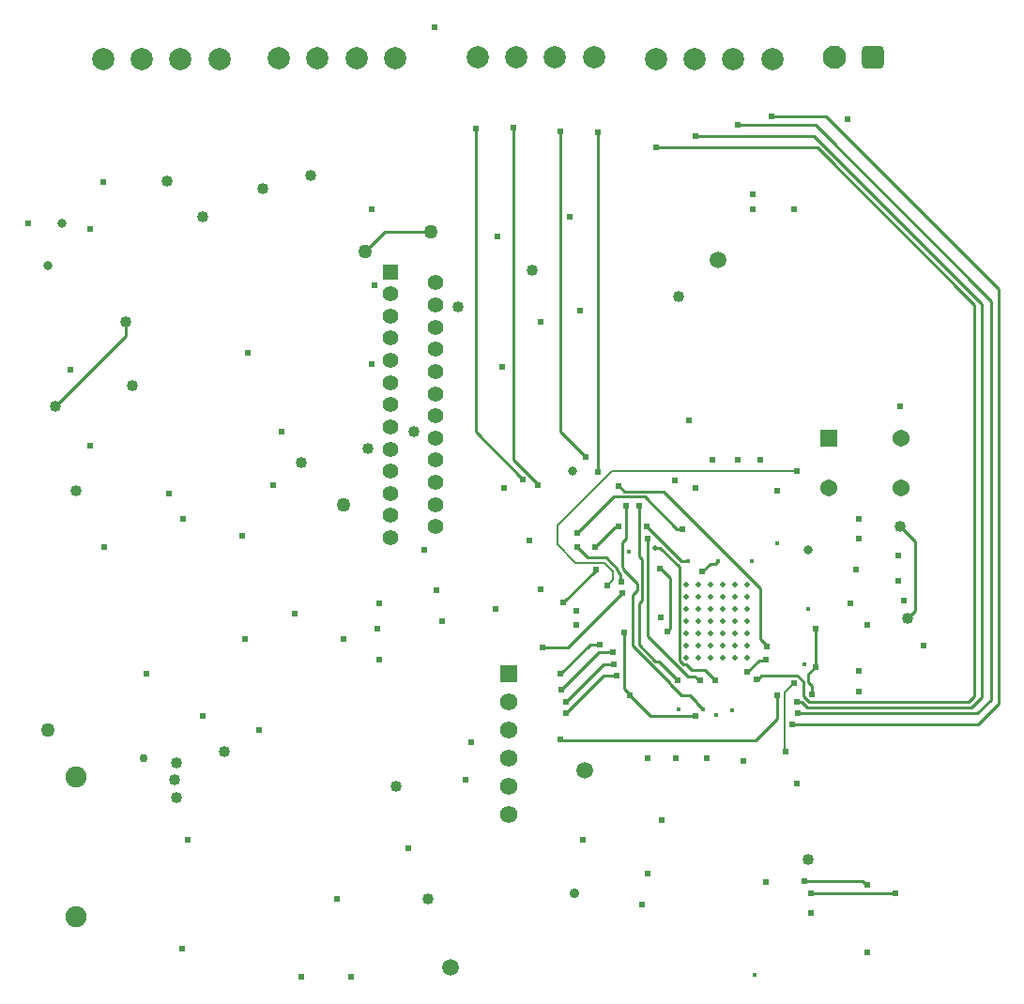
<source format=gbr>
G04*
G04 #@! TF.GenerationSoftware,Altium Limited,Altium Designer,25.2.1 (25)*
G04*
G04 Layer_Physical_Order=4*
G04 Layer_Color=16711680*
%FSLAX25Y25*%
%MOIN*%
G70*
G04*
G04 #@! TF.SameCoordinates,93333BF9-B9FA-480E-9F15-3530D08D3613*
G04*
G04*
G04 #@! TF.FilePolarity,Positive*
G04*
G01*
G75*
%ADD16C,0.01000*%
%ADD101C,0.06181*%
%ADD102R,0.06181X0.06181*%
%ADD105R,0.06063X0.06063*%
%ADD106C,0.06063*%
%ADD108C,0.03200*%
%ADD110C,0.02400*%
%ADD113C,0.04000*%
%ADD120C,0.00850*%
%ADD122C,0.00800*%
%ADD124C,0.08268*%
G04:AMPARAMS|DCode=125|XSize=82.68mil|YSize=82.68mil|CornerRadius=20.67mil|HoleSize=0mil|Usage=FLASHONLY|Rotation=180.000|XOffset=0mil|YOffset=0mil|HoleType=Round|Shape=RoundedRectangle|*
%AMROUNDEDRECTD125*
21,1,0.08268,0.04134,0,0,180.0*
21,1,0.04134,0.08268,0,0,180.0*
1,1,0.04134,-0.02067,0.02067*
1,1,0.04134,0.02067,0.02067*
1,1,0.04134,0.02067,-0.02067*
1,1,0.04134,-0.02067,-0.02067*
%
%ADD125ROUNDEDRECTD125*%
%ADD126C,0.07874*%
%ADD127R,0.05492X0.05492*%
%ADD128C,0.05492*%
%ADD129C,0.05906*%
%ADD130C,0.07480*%
%ADD131C,0.03000*%
%ADD132C,0.03600*%
%ADD133C,0.01600*%
%ADD134C,0.02000*%
%ADD135C,0.01968*%
%ADD136C,0.05000*%
D16*
X199600Y124400D02*
X219000Y143800D01*
X190600Y124400D02*
X199600D01*
X209600Y151950D02*
Y152000D01*
X198100Y140450D02*
X209600Y151950D01*
X198100Y140400D02*
Y140450D01*
X210600Y122800D02*
X215525D01*
X197300Y109500D02*
X210600Y122800D01*
X212200Y118600D02*
X216100D01*
X198800Y105200D02*
X212200Y118600D01*
X212300Y114400D02*
X216975D01*
X199100Y101200D02*
X212300Y114400D01*
X267994Y127417D02*
Y145485D01*
Y127417D02*
X270187Y125224D01*
Y124912D02*
Y125224D01*
X215525Y122800D02*
X215600Y122875D01*
X134600Y272100D02*
X151000D01*
X127500Y265000D02*
X134600Y272100D01*
X286000Y37000D02*
X316000D01*
X283500Y41500D02*
X304121D01*
X305621Y40000D02*
X306000D01*
X304121Y41500D02*
X305621Y40000D01*
X320301Y134886D02*
X323000Y137584D01*
Y162000D01*
X317500Y167500D02*
X323000Y162000D01*
X17500Y210000D02*
X42500Y235000D01*
Y240000D01*
D101*
X178500Y65000D02*
D03*
Y75000D02*
D03*
Y85000D02*
D03*
Y95000D02*
D03*
Y105000D02*
D03*
D102*
Y115000D02*
D03*
D105*
X292205Y198858D02*
D03*
D106*
X317795D02*
D03*
X292205Y181142D02*
D03*
X317795D02*
D03*
D108*
X201300Y187200D02*
D03*
X285000Y159000D02*
D03*
X20000Y275000D02*
D03*
X15000Y260000D02*
D03*
D110*
X143000Y53000D02*
D03*
X155000Y133700D02*
D03*
X189000Y182000D02*
D03*
X299000Y312000D02*
D03*
X272000Y313000D02*
D03*
X260000Y310000D02*
D03*
X245000Y306000D02*
D03*
X231000Y302000D02*
D03*
X210400Y307581D02*
D03*
X200401Y277399D02*
D03*
X204000Y244000D02*
D03*
X197000Y307800D02*
D03*
X180400Y309200D02*
D03*
X174700Y270600D02*
D03*
X183625Y184244D02*
D03*
X176300Y224100D02*
D03*
X190000Y240000D02*
D03*
X166800Y308700D02*
D03*
X7800Y275000D02*
D03*
X152300Y344900D02*
D03*
X232200Y152400D02*
D03*
X148700Y159200D02*
D03*
X152800Y144800D02*
D03*
X165400Y90800D02*
D03*
X163200Y77600D02*
D03*
X177000Y181100D02*
D03*
X210400Y186900D02*
D03*
X186100Y162400D02*
D03*
X218500Y147900D02*
D03*
X219000Y143800D02*
D03*
X213600Y146500D02*
D03*
X209600Y152000D02*
D03*
X217500Y181800D02*
D03*
X206000Y192100D02*
D03*
X209200Y160100D02*
D03*
X203000Y160000D02*
D03*
X198100Y140400D02*
D03*
X203000Y165000D02*
D03*
X130000Y280000D02*
D03*
X265125D02*
D03*
Y285400D02*
D03*
X280000Y280000D02*
D03*
X197300Y109500D02*
D03*
X198800Y105200D02*
D03*
X199100Y101200D02*
D03*
X216975Y114400D02*
D03*
X219600Y129900D02*
D03*
X238700Y112690D02*
D03*
X252100D02*
D03*
X246600D02*
D03*
X270187Y124912D02*
D03*
X263300Y115700D02*
D03*
X281400Y101000D02*
D03*
X286400Y107675D02*
D03*
X274100Y107500D02*
D03*
X279300Y97100D02*
D03*
X281000Y105200D02*
D03*
X227500Y167500D02*
D03*
X217500D02*
D03*
X240200Y166500D02*
D03*
X228000Y163000D02*
D03*
X224900Y174875D02*
D03*
X220400Y174700D02*
D03*
X215600Y122875D02*
D03*
X211000Y125500D02*
D03*
X216100Y118600D02*
D03*
X190600Y124400D02*
D03*
X326000Y125000D02*
D03*
X266700Y113200D02*
D03*
X303100Y108700D02*
D03*
X280000Y111800D02*
D03*
X276800Y87400D02*
D03*
X197000Y91700D02*
D03*
X245000Y100000D02*
D03*
X34500Y289900D02*
D03*
X247400Y151500D02*
D03*
X63000Y170000D02*
D03*
X283500Y41500D02*
D03*
X122500Y7500D02*
D03*
X287500Y131000D02*
D03*
X306000Y132500D02*
D03*
X237500Y183771D02*
D03*
X270033Y120000D02*
D03*
X280800Y187000D02*
D03*
X102500Y136500D02*
D03*
X64500Y56000D02*
D03*
X232500Y135000D02*
D03*
X287500Y117500D02*
D03*
X303000Y116000D02*
D03*
X270000Y41000D02*
D03*
X281000Y76000D02*
D03*
X233000Y63000D02*
D03*
X120000Y127500D02*
D03*
X205000Y56000D02*
D03*
X228000Y85000D02*
D03*
X249000D02*
D03*
X238000D02*
D03*
X132000Y131000D02*
D03*
X174000Y138000D02*
D03*
X131000Y253000D02*
D03*
X84000Y164000D02*
D03*
X98000Y201000D02*
D03*
X30000Y273000D02*
D03*
X23000Y223000D02*
D03*
X274000Y180000D02*
D03*
X268000Y191000D02*
D03*
X260000D02*
D03*
X251000D02*
D03*
X245000Y181000D02*
D03*
X302000Y152000D02*
D03*
X300000Y140000D02*
D03*
X228000Y44000D02*
D03*
X262000Y84000D02*
D03*
X303000Y170000D02*
D03*
Y163000D02*
D03*
X319000Y141000D02*
D03*
X317000Y148000D02*
D03*
Y157000D02*
D03*
X226000Y33000D02*
D03*
X306000Y16000D02*
D03*
X286000Y30000D02*
D03*
X95000Y182000D02*
D03*
X130000Y225000D02*
D03*
X86000Y229000D02*
D03*
X58000Y179000D02*
D03*
X30000Y196000D02*
D03*
X317500Y210000D02*
D03*
X242500Y205000D02*
D03*
X202500Y132500D02*
D03*
Y137500D02*
D03*
X190000Y145000D02*
D03*
X132500Y140000D02*
D03*
Y120000D02*
D03*
X70000Y100000D02*
D03*
X85000Y127500D02*
D03*
X50000Y115000D02*
D03*
X35000Y160000D02*
D03*
X90000Y95000D02*
D03*
X117500Y35000D02*
D03*
X62500Y17500D02*
D03*
X105000Y7500D02*
D03*
X235000Y130000D02*
D03*
X286000Y37000D02*
D03*
X197000Y115000D02*
D03*
X316000Y37000D02*
D03*
X306000Y40000D02*
D03*
X221500Y107500D02*
D03*
D113*
X239000Y249000D02*
D03*
X187000Y258500D02*
D03*
X144900Y201100D02*
D03*
X160500Y245400D02*
D03*
X138500Y75000D02*
D03*
X57400Y290100D02*
D03*
X108200Y292200D02*
D03*
X91200Y287400D02*
D03*
X60500Y71000D02*
D03*
Y83500D02*
D03*
X60000Y77500D02*
D03*
X285000Y49000D02*
D03*
X150000Y35000D02*
D03*
X70000Y277500D02*
D03*
X105000Y190000D02*
D03*
X17500Y210000D02*
D03*
X42500Y240000D02*
D03*
X45000Y217500D02*
D03*
X25000Y180000D02*
D03*
X77500Y87500D02*
D03*
X320301Y134886D02*
D03*
X317500Y167500D02*
D03*
X128500Y195000D02*
D03*
D120*
X188391Y183029D02*
X189000Y182419D01*
X188391Y183029D02*
Y183191D01*
X180400Y191181D02*
X188391Y183191D01*
X189000Y182000D02*
Y182419D01*
X180400Y191181D02*
Y309200D01*
X291400Y313000D02*
X352500Y251900D01*
X272000Y313000D02*
X291400D01*
X352500Y104400D02*
Y251900D01*
X260000Y310000D02*
X287500D01*
X350000Y247500D01*
Y105900D02*
Y247500D01*
X287100Y306000D02*
X346500Y246600D01*
X245000Y306000D02*
X287100D01*
X288300Y302000D02*
X344100Y246200D01*
X231000Y302000D02*
X288300D01*
X346500Y106900D02*
Y246600D01*
X210400Y186900D02*
Y307581D01*
X197000Y201100D02*
X206000Y192100D01*
X197000Y201100D02*
Y307800D01*
X166800Y201069D02*
Y308700D01*
Y201069D02*
X183625Y184244D01*
X224875Y125459D02*
Y140061D01*
X225966Y141152D02*
Y155754D01*
X224875Y125459D02*
X230732Y119602D01*
X224875Y140061D02*
X225966Y141152D01*
X224875Y156845D02*
X225966Y155754D01*
X224875Y156845D02*
Y174850D01*
X228000Y128305D02*
Y163000D01*
Y128305D02*
X242155Y114151D01*
X224875Y174850D02*
X224900Y174875D01*
X230600Y159900D02*
X232400D01*
X239165Y153136D01*
X219000Y153297D02*
Y161709D01*
X220400Y163109D01*
X219000Y153297D02*
X219381Y152916D01*
X239800Y155200D02*
X242200D01*
X227500Y167500D02*
X239800Y155200D01*
X239165Y120952D02*
Y153136D01*
X242200Y155200D02*
X242300Y155100D01*
X232200Y152400D02*
X232600D01*
X236000Y149000D01*
X252897Y155200D02*
X253100D01*
X250195Y154295D02*
X251992D01*
X252897Y155200D01*
X345200Y97100D02*
X352500Y104400D01*
X345100Y101000D02*
X350000Y105900D01*
X342800Y103200D02*
X346500Y106900D01*
X342034Y105050D02*
X344100Y107116D01*
Y246200D01*
X285313Y105050D02*
X342034D01*
X281400Y101000D02*
X345100D01*
X284500Y103200D02*
X342800D01*
X245253Y104946D02*
Y105246D01*
Y104946D02*
X247600Y102600D01*
X243051Y107449D02*
X245253Y105246D01*
X247400Y151500D02*
X250195Y154295D01*
X224116Y144779D02*
Y147301D01*
X213256Y156425D02*
X217400Y152281D01*
Y151400D02*
Y152281D01*
X218203Y148197D02*
Y150597D01*
X217400Y151400D02*
X218203Y150597D01*
X219381Y152035D02*
Y152916D01*
Y152035D02*
X224116Y147301D01*
X218203Y148197D02*
X218500Y147900D01*
X203000Y160000D02*
X206575Y156425D01*
X213256D01*
X226800Y178000D02*
X238300Y166500D01*
X203000Y165000D02*
X216000Y178000D01*
X226800D01*
X217801Y181800D02*
X219701Y179900D01*
X233580D02*
X267994Y145485D01*
X219701Y179900D02*
X233580D01*
X217500Y181800D02*
X217801D01*
X220400Y163109D02*
Y174700D01*
X209200Y160100D02*
X216303Y167203D01*
X217203D01*
X217500Y167500D01*
X219600Y109693D02*
X221500Y107793D01*
Y107500D02*
Y107793D01*
X219600Y109693D02*
Y129900D01*
X230732Y119602D02*
X231787D01*
X238700Y112690D01*
X242155Y114151D02*
X244720D01*
X243644Y116472D02*
X248317D01*
X252100Y112690D01*
X246181D02*
X246600D01*
X244720Y114151D02*
X246181Y112690D01*
X263300Y115700D02*
X267558Y119958D01*
X269991D01*
X270033Y120000D01*
X281000Y105200D02*
X281150Y105050D01*
X282650D01*
X284500Y103200D01*
X283150Y107213D02*
X285313Y105050D01*
X286400Y107675D02*
Y110810D01*
X283150Y107213D02*
Y112362D01*
X274100Y99300D02*
Y107500D01*
X279300Y97100D02*
X345200D01*
X238300Y166500D02*
X240200D01*
X222625Y125093D02*
X235934Y111784D01*
X222625Y125093D02*
Y143288D01*
X224116Y144779D01*
X207500Y125500D02*
X211000D01*
X266700Y113200D02*
X267119D01*
X268344Y114425D01*
X281087D01*
X283150Y112362D01*
X287500Y117500D02*
Y131000D01*
X285000Y115000D02*
X287500Y117500D01*
X285000Y112210D02*
X286400Y110810D01*
X285000Y112210D02*
Y115000D01*
X197000Y91700D02*
X197100Y91600D01*
X266400D01*
X274100Y99300D01*
X229000Y100000D02*
X245000D01*
X221500Y107500D02*
X229000Y100000D01*
X240087Y107449D02*
X243051D01*
X235000Y130273D02*
X236000Y131273D01*
X235000Y130000D02*
Y130273D01*
X236000Y131273D02*
Y149000D01*
X239165Y119757D02*
Y120952D01*
X239165Y120952D02*
X239165Y120952D01*
Y119757D02*
X240576Y118346D01*
X241771D02*
X243644Y116472D01*
X240576Y118346D02*
X241771D01*
X235934Y111602D02*
Y111784D01*
Y111602D02*
X240087Y107449D01*
X197000Y115000D02*
X207500Y125500D01*
D122*
X195900Y167700D02*
X215200Y187000D01*
X215575Y148475D02*
Y151525D01*
X213600Y146500D02*
X215575Y148475D01*
X212500Y154600D02*
X215575Y151525D01*
X202400Y154600D02*
X212500D01*
X195900Y161100D02*
X202400Y154600D01*
X215200Y187000D02*
X280800D01*
X195900Y161100D02*
Y167700D01*
X276700Y87500D02*
Y108500D01*
Y87500D02*
X276800Y87400D01*
X276700Y108500D02*
X280000Y111800D01*
D124*
X294110Y334150D02*
D03*
D125*
X307890D02*
D03*
D126*
X75800Y333500D02*
D03*
X62020D02*
D03*
X48241D02*
D03*
X34461D02*
D03*
X272139Y333600D02*
D03*
X258359D02*
D03*
X244580D02*
D03*
X230800D02*
D03*
X208859Y334000D02*
D03*
X195080D02*
D03*
X181300D02*
D03*
X167520D02*
D03*
X138261Y333800D02*
D03*
X124482D02*
D03*
X110702D02*
D03*
X96923D02*
D03*
D127*
X136752Y257933D02*
D03*
D128*
Y250059D02*
D03*
Y242185D02*
D03*
Y234311D02*
D03*
Y226437D02*
D03*
Y218563D02*
D03*
Y210689D02*
D03*
Y202815D02*
D03*
Y194941D02*
D03*
Y187067D02*
D03*
Y179193D02*
D03*
Y171319D02*
D03*
Y163445D02*
D03*
X152500Y253996D02*
D03*
Y246122D02*
D03*
Y238248D02*
D03*
Y230374D02*
D03*
Y222500D02*
D03*
Y214626D02*
D03*
Y206752D02*
D03*
Y198878D02*
D03*
Y191004D02*
D03*
Y183130D02*
D03*
Y175256D02*
D03*
Y167382D02*
D03*
D129*
X157900Y10700D02*
D03*
X205600Y80900D02*
D03*
X253100Y262000D02*
D03*
D130*
X25000Y78303D02*
D03*
Y28697D02*
D03*
D131*
X49000Y85000D02*
D03*
D132*
X202000Y37000D02*
D03*
D133*
X266000Y8000D02*
D03*
X221225Y158625D02*
D03*
X253100Y155200D02*
D03*
X264900D02*
D03*
X284800Y138200D02*
D03*
X283566Y118629D02*
D03*
X258000Y102000D02*
D03*
X252200Y100400D02*
D03*
X247600Y102600D02*
D03*
X242300Y155100D02*
D03*
X239000Y102500D02*
D03*
X274000Y161500D02*
D03*
D134*
X230600Y159900D02*
D03*
D135*
X241574Y146739D02*
D03*
X245904D02*
D03*
X250235D02*
D03*
X254566D02*
D03*
X258897D02*
D03*
X263227D02*
D03*
X241574Y142408D02*
D03*
X245904Y142408D02*
D03*
X250235Y142408D02*
D03*
X254566D02*
D03*
X258897D02*
D03*
X263227D02*
D03*
X241574Y138078D02*
D03*
X245904D02*
D03*
X250235D02*
D03*
X254566D02*
D03*
X258897D02*
D03*
X263227D02*
D03*
X241574Y133747D02*
D03*
X245904D02*
D03*
X250235D02*
D03*
X254566D02*
D03*
X258897D02*
D03*
X263227D02*
D03*
X241574Y129416D02*
D03*
X245904D02*
D03*
X250235D02*
D03*
X254566D02*
D03*
X258897D02*
D03*
X263227D02*
D03*
X241574Y125086D02*
D03*
X245904D02*
D03*
X250235D02*
D03*
X254566D02*
D03*
X258897D02*
D03*
X263227D02*
D03*
X241574Y120755D02*
D03*
X245904D02*
D03*
X250235Y120755D02*
D03*
X254566Y120755D02*
D03*
X258897D02*
D03*
X263227D02*
D03*
D136*
X151000Y272100D02*
D03*
X127500Y265000D02*
D03*
X120000Y175000D02*
D03*
X15000Y95000D02*
D03*
M02*

</source>
